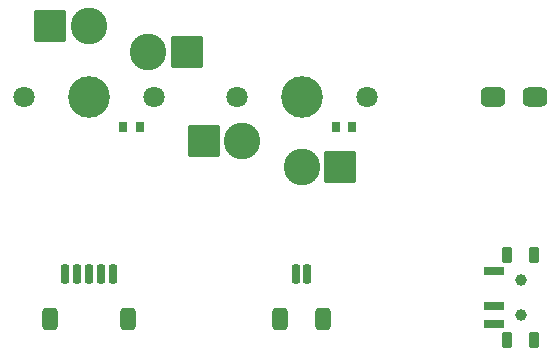
<source format=gbr>
%TF.GenerationSoftware,KiCad,Pcbnew,(7.0.0-0)*%
%TF.CreationDate,2023-02-20T17:02:08+08:00*%
%TF.ProjectId,test,74657374-2e6b-4696-9361-645f70636258,v1.0.0*%
%TF.SameCoordinates,Original*%
%TF.FileFunction,Soldermask,Bot*%
%TF.FilePolarity,Negative*%
%FSLAX46Y46*%
G04 Gerber Fmt 4.6, Leading zero omitted, Abs format (unit mm)*
G04 Created by KiCad (PCBNEW (7.0.0-0)) date 2023-02-20 17:02:08*
%MOMM*%
%LPD*%
G01*
G04 APERTURE LIST*
G04 Aperture macros list*
%AMRoundRect*
0 Rectangle with rounded corners*
0 $1 Rounding radius*
0 $2 $3 $4 $5 $6 $7 $8 $9 X,Y pos of 4 corners*
0 Add a 4 corners polygon primitive as box body*
4,1,4,$2,$3,$4,$5,$6,$7,$8,$9,$2,$3,0*
0 Add four circle primitives for the rounded corners*
1,1,$1+$1,$2,$3*
1,1,$1+$1,$4,$5*
1,1,$1+$1,$6,$7*
1,1,$1+$1,$8,$9*
0 Add four rect primitives between the rounded corners*
20,1,$1+$1,$2,$3,$4,$5,0*
20,1,$1+$1,$4,$5,$6,$7,0*
20,1,$1+$1,$6,$7,$8,$9,0*
20,1,$1+$1,$8,$9,$2,$3,0*%
G04 Aperture macros list end*
%ADD10C,3.529000*%
%ADD11C,1.801800*%
%ADD12C,3.100000*%
%ADD13RoundRect,0.050000X-1.300000X-1.300000X1.300000X-1.300000X1.300000X1.300000X-1.300000X1.300000X0*%
%ADD14RoundRect,0.050000X0.300000X0.350000X-0.300000X0.350000X-0.300000X-0.350000X0.300000X-0.350000X0*%
%ADD15RoundRect,0.050000X-0.300000X-0.350000X0.300000X-0.350000X0.300000X0.350000X-0.300000X0.350000X0*%
%ADD16RoundRect,0.200000X0.150000X0.625000X-0.150000X0.625000X-0.150000X-0.625000X0.150000X-0.625000X0*%
%ADD17RoundRect,0.300000X0.350000X0.650000X-0.350000X0.650000X-0.350000X-0.650000X0.350000X-0.650000X0*%
%ADD18C,1.000000*%
%ADD19RoundRect,0.050000X0.762000X0.300000X-0.762000X0.300000X-0.762000X-0.300000X0.762000X-0.300000X0*%
%ADD20RoundRect,0.050000X-0.350000X0.600000X-0.350000X-0.600000X0.350000X-0.600000X0.350000X0.600000X0*%
%ADD21RoundRect,0.431000X-0.619000X-0.381000X0.619000X-0.381000X0.619000X0.381000X-0.619000X0.381000X0*%
%ADD22RoundRect,0.428000X-0.622000X-0.378000X0.622000X-0.378000X0.622000X0.378000X-0.622000X0.378000X0*%
G04 APERTURE END LIST*
D10*
%TO.C,S1*%
X0Y17000000D03*
D11*
X-5500000Y17000000D03*
X5500000Y17000000D03*
D12*
X5000000Y20750000D03*
X0Y22950000D03*
D13*
X-3275000Y22950000D03*
X8275000Y20750000D03*
%TD*%
D14*
%TO.C,D1*%
X4300000Y14400000D03*
X2900000Y14400000D03*
%TD*%
D10*
%TO.C,S2*%
X18000000Y17000000D03*
D11*
X23500000Y17000000D03*
X12500000Y17000000D03*
D12*
X13000000Y13250000D03*
X18000000Y11050000D03*
D13*
X21275000Y11050000D03*
X9725000Y13250000D03*
%TD*%
D15*
%TO.C,D2*%
X20900000Y14400000D03*
X22300000Y14400000D03*
%TD*%
D16*
%TO.C,JC1*%
X-2000000Y2000000D03*
X-1000000Y2000000D03*
X0Y2000000D03*
X1000000Y2000000D03*
X2000000Y2000000D03*
D17*
X3300000Y-1875000D03*
X-3300000Y-1875000D03*
%TD*%
D16*
%TO.C,JB1*%
X17500000Y2000000D03*
X18500000Y2000000D03*
D17*
X16200000Y-1875000D03*
X19800000Y-1875000D03*
%TD*%
D18*
%TO.C,SS1*%
X36550000Y-1500000D03*
X36550000Y1500000D03*
D19*
X34300000Y2250000D03*
X34300000Y-750000D03*
X34300000Y-2250000D03*
D20*
X35400000Y-3600000D03*
X37700000Y-3600000D03*
X35400000Y3600000D03*
X37700000Y3600000D03*
%TD*%
D21*
%TO.C,SB1*%
X34250000Y17000000D03*
D22*
X37750000Y17000000D03*
%TD*%
M02*

</source>
